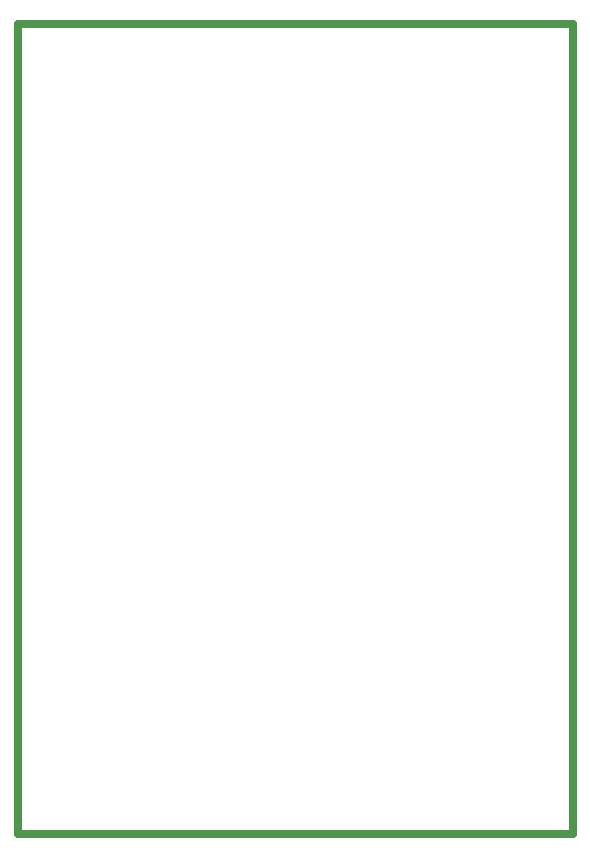
<source format=gko>
G04 -- Generated By PCBWeb Designer*
%FSLAX24Y24*%
%MOIN*%
%OFA0B0*%
%SFA1.0B1.0*%
%AMROTRECT*21,1,$1,$2,0,0,$3*%
%AMROTOBLONG*1,1,$7,$1,$2*1,1,$7,$3,$4*21,1,$5,$6,0,0,$8*%
%ADD10C,0.025*%
%ADD11C,0.15*%
%ADD12C,0.1*%
%ADD13C,0.16*%
%ADD14C,0.005*%
%ADD15R,0.065X0.0394*%
%ADD16R,0.075X0.0494*%
%ADD17C,0.021*%
%ADD18R,0.0394X0.0866*%
%ADD19R,0.0494X0.0966*%
%ADD20C,0.002*%
%ADD21C,0.018*%
%ADD22C,0.008*%
%ADD23C,0.024*%
%ADD24R,0.055X0.055*%
%ADD25C,0.035*%
%ADD26R,0.065X0.065*%
%ADD27C,0.055*%
%ADD28C,0.032*%
%ADD29C,0.065*%
%ADD30C,0.01*%
%ADD31R,0.0591X0.0512*%
%ADD32R,0.0691X0.0612*%
%ADD33C,0.07*%
%ADD34C,0.045*%
%ADD35C,0.08*%
%ADD36C,0.033*%
%ADD37C,0.033*%
%ADD38C,0.026*%
%ADD39C,0.0394*%
%ADD40C,0.0197*%
%ADD41C,0.0494*%
%ADD42C,0.0059*%
%ADD43C,0.015*%
%ADD44C,0.0275*%
%ADD45C,0.0*%
G01*
%LNSTD*%
%LPD*%
G54D10*
X18500Y0D01*
X18500Y27000D01*
X0Y27000D01*
X0Y0D01*
M02*

</source>
